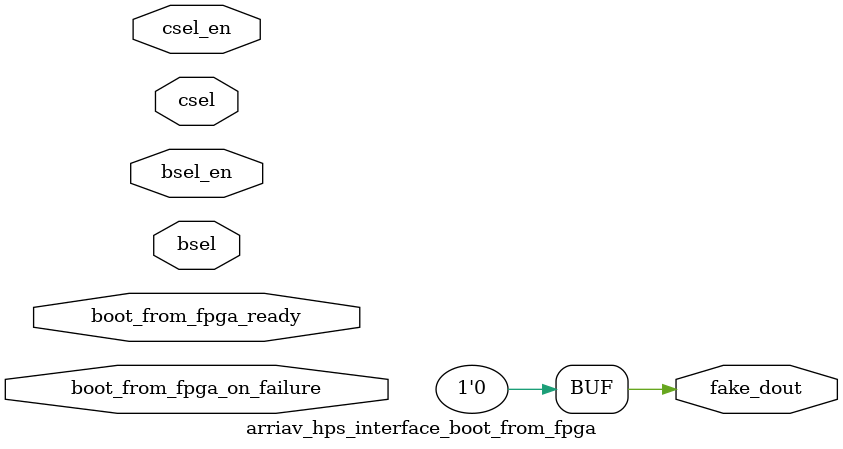
<source format=sv>


module boot_from_fpga_bfm
(
   sig_boot_from_fpga_ready,
   sig_boot_from_fpga_on_failure,
   sig_bsel,
   sig_bsel_en,
   sig_csel,
   sig_csel_en
);

   //--------------------------------------------------------------------------
   // =head1 PINS 
   // =head2 User defined interface
   //--------------------------------------------------------------------------
   input sig_boot_from_fpga_ready;
   input sig_boot_from_fpga_on_failure;
   input [2 : 0] sig_bsel;
   input sig_bsel_en;
   input [1 : 0] sig_csel;
   input sig_csel_en;

   // synthesis translate_off
   import verbosity_pkg::*;
   
   typedef logic ROLE_boot_from_fpga_ready_t;
   typedef logic ROLE_boot_from_fpga_on_failure_t;
   typedef logic [2 : 0] ROLE_bsel_t;
   typedef logic ROLE_bsel_en_t;
   typedef logic [1 : 0] ROLE_csel_t;
   typedef logic ROLE_csel_en_t;

   logic [0 : 0] boot_from_fpga_ready_in;
   logic [0 : 0] boot_from_fpga_ready_local;
   logic [0 : 0] boot_from_fpga_on_failure_in;
   logic [0 : 0] boot_from_fpga_on_failure_local;
   logic [2 : 0] bsel_in;
   logic [2 : 0] bsel_local;
   logic [0 : 0] bsel_en_in;
   logic [0 : 0] bsel_en_local;
   logic [1 : 0] csel_in;
   logic [1 : 0] csel_local;
   logic [0 : 0] csel_en_in;
   logic [0 : 0] csel_en_local;

   //--------------------------------------------------------------------------
   // =head1 Public Methods API
   // =pod
   // This section describes the public methods in the application programming
   // interface (API). The application program interface provides methods for 
   // a testbench which instantiates, controls and queries state in this BFM 
   // component. Test programs must only use these public access methods and 
   // events to communicate with this BFM component. The API and module pins
   // are the only interfaces of this component that are guaranteed to be
   // stable. The API will be maintained for the life of the product. 
   // While we cannot prevent a test program from directly accessing internal
   // tasks, functions, or data private to the BFM, there is no guarantee that
   // these will be present in the future. In fact, it is best for the user
   // to assume that the underlying implementation of this component can 
   // and will change.
   // =cut
   //--------------------------------------------------------------------------
   
   event signal_input_boot_from_fpga_ready_change;
   event signal_input_boot_from_fpga_on_failure_change;
   event signal_input_bsel_change;
   event signal_input_bsel_en_change;
   event signal_input_csel_change;
   event signal_input_csel_en_change;
   
   function automatic string get_version();  // public
      // Return BFM version string. For example, version 9.1 sp1 is "9.1sp1" 
      string ret_version = "12.1";
      return ret_version;
   endfunction

   // -------------------------------------------------------
   // boot_from_fpga_ready
   // -------------------------------------------------------
   function automatic ROLE_boot_from_fpga_ready_t get_boot_from_fpga_ready();
   
      // Gets the boot_from_fpga_ready input value.
      $sformat(message, "%m: called get_boot_from_fpga_ready");
      print(VERBOSITY_DEBUG, message);
      return boot_from_fpga_ready_in;
      
   endfunction

   // -------------------------------------------------------
   // boot_from_fpga_on_failure
   // -------------------------------------------------------
   function automatic ROLE_boot_from_fpga_on_failure_t get_boot_from_fpga_on_failure();
   
      // Gets the boot_from_fpga_on_failure input value.
      $sformat(message, "%m: called get_boot_from_fpga_on_failure");
      print(VERBOSITY_DEBUG, message);
      return boot_from_fpga_on_failure_in;
      
   endfunction

   // -------------------------------------------------------
   // bsel
   // -------------------------------------------------------
   function automatic ROLE_bsel_t get_bsel();
   
      // Gets the bsel input value.
      $sformat(message, "%m: called get_bsel");
      print(VERBOSITY_DEBUG, message);
      return bsel_in;
      
   endfunction

   // -------------------------------------------------------
   // bsel_en
   // -------------------------------------------------------
   function automatic ROLE_bsel_en_t get_bsel_en();
   
      // Gets the bsel_en input value.
      $sformat(message, "%m: called get_bsel_en");
      print(VERBOSITY_DEBUG, message);
      return bsel_en_in;
      
   endfunction

   // -------------------------------------------------------
   // csel
   // -------------------------------------------------------
   function automatic ROLE_csel_t get_csel();
   
      // Gets the csel input value.
      $sformat(message, "%m: called get_csel");
      print(VERBOSITY_DEBUG, message);
      return csel_in;
      
   endfunction

   // -------------------------------------------------------
   // csel_en
   // -------------------------------------------------------
   function automatic ROLE_csel_en_t get_csel_en();
   
      // Gets the csel_en input value.
      $sformat(message, "%m: called get_csel_en");
      print(VERBOSITY_DEBUG, message);
      return csel_en_in;
      
   endfunction

   assign boot_from_fpga_ready_in = sig_boot_from_fpga_ready;
   assign boot_from_fpga_on_failure_in = sig_boot_from_fpga_on_failure;
   assign bsel_in = sig_bsel;
   assign bsel_en_in = sig_bsel_en;
   assign csel_in = sig_csel;
   assign csel_en_in = sig_csel_en;


   always @(boot_from_fpga_ready_in) begin
      if (boot_from_fpga_ready_local != boot_from_fpga_ready_in)
         -> signal_input_boot_from_fpga_ready_change;
      boot_from_fpga_ready_local = boot_from_fpga_ready_in;
   end
   
   always @(boot_from_fpga_on_failure_in) begin
      if (boot_from_fpga_on_failure_local != boot_from_fpga_on_failure_in)
         -> signal_input_boot_from_fpga_on_failure_change;
      boot_from_fpga_on_failure_local = boot_from_fpga_on_failure_in;
   end
   
   always @(bsel_in) begin
      if (bsel_local != bsel_in)
         -> signal_input_bsel_change;
      bsel_local = bsel_in;
   end
   
   always @(bsel_en_in) begin
      if (bsel_en_local != bsel_en_in)
         -> signal_input_bsel_en_change;
      bsel_en_local = bsel_en_in;
   end
   
   always @(csel_in) begin
      if (csel_local != csel_in)
         -> signal_input_csel_change;
      csel_local = csel_in;
   end
   
   always @(csel_en_in) begin
      if (csel_en_local != csel_en_in)
         -> signal_input_csel_en_change;
      csel_en_local = csel_en_in;
   end
   


// synthesis translate_on

endmodule 

module cyclonev_hps_interface_boot_from_fpga (
   input  wire       boot_from_fpga_ready,
   input  wire       boot_from_fpga_on_failure,
   input  wire       bsel_en,
   input  wire       csel_en,
   input  wire [1:0] csel,
   input  wire [2:0] bsel,
   output wire       fake_dout
);
   assign fake_dout = 1'b0;
   
   boot_from_fpga_bfm f2h_boot_from_fpga (
      .sig_boot_from_fpga_ready(boot_from_fpga_ready),
      .sig_boot_from_fpga_on_failure(boot_from_fpga_on_failure),
      .sig_bsel_en(bsel_en),
      .sig_csel_en(csel_en),
      .sig_csel(csel),
      .sig_bsel(bsel)
   );

endmodule 

module arriav_hps_interface_boot_from_fpga (
   input  wire       boot_from_fpga_ready,
   input  wire       boot_from_fpga_on_failure,
   input  wire       bsel_en,
   input  wire       csel_en,
   input  wire [1:0] csel,
   input  wire [2:0] bsel,
   output wire       fake_dout
);
   assign fake_dout = 1'b0;
   
   boot_from_fpga_bfm f2h_boot_from_fpga (
      .sig_boot_from_fpga_ready(boot_from_fpga_ready),
      .sig_boot_from_fpga_on_failure(boot_from_fpga_on_failure),
      .sig_bsel_en(bsel_en),
      .sig_csel_en(csel_en),
      .sig_csel(csel),
      .sig_bsel(bsel)
   );

endmodule 

</source>
